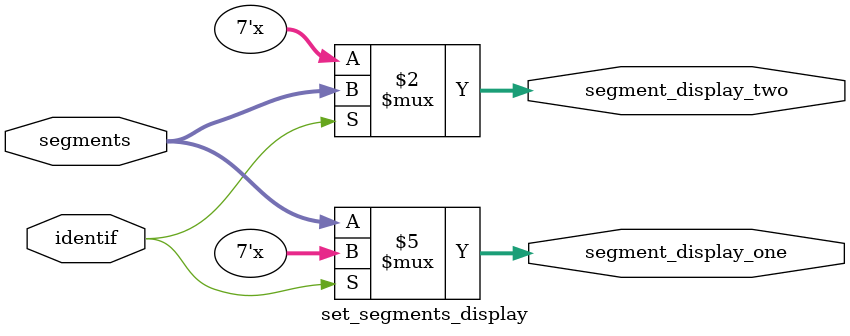
<source format=sv>

module counter_display(input logic clk, reset, increment,decrease, output logic [6:0] display_one_out, output logic [6:0] display_two_out);

	// Declaración de variables
	logic [5:0] counter; // counter of 6-bits
	
	logic [3:0] digit_one, digit_two; // individual binary digits of counter of 6-bits
	
	logic [6:0] display_one, display_two; // segments of display for the respective digit
	
	logic [6:0] segment_out; // segments temporary for set them in the before output variables
	
	logic [3:0] num_to_display; // digit temporary for identify the respective segments
	
	logic ID_digit; // Identifier for first and second digit
	
	logic release_display_out; // Indicator for release the output segments (number in the display)
	
	
		// Inicialización de variables
	initial begin
		{digit_one, ID_digit} <= {'0,1'b0};
		{digit_two, ID_digit} <= {'0,1'b1};
		counter <= '0;
		display_one <= 7'b0000001;
		display_two <= 7'b0000001;
		segment_out <= '0;
		num_to_display <= '0;
		ID_digit <= '0;
		release_display_out <= '0;
		
		end
			
	
	// Inicio del reloj
	
	always @(posedge clk)
				
		begin 
		
		counter <= counter + 1;
		
		if (reset)
			begin
			{digit_one, ID_digit} <= {'0,1'b0};
			{digit_two, ID_digit} <= {'0,1'b1};
			counter <= '0;
			ID_digit <= '0;
			release_display_out <= '0;
		
			end
			
		else if (counter == 6'd63)
			begin
			
			{digit_one, ID_digit} <= {'0,1'b0};
			{digit_two, ID_digit} <= {'0,1'b1};
			counter <= '0;
			ID_digit <= '0;
			release_display_out <= '0;

			end
			
		else
			begin	
			
			if(digit_one == 4'b1001) begin
					
				{digit_one, ID_digit} <= {'0,1'b0};
				{digit_two,ID_digit} <= {digit_two + 1'b1, 1'b1};
				//release_display_out <= release_display_out;
				end
				
			else begin
				{digit_one,ID_digit} <= {digit_one + 1'b1, 1'b0};
				//release_display_out <=~release_display_out;
				end
			end
		end
		
		
		// Obtiene el digito recien altualizado para obtener luego los segmentos respectivos
		select_digit choose_digit(
		.clk(clk),
		.D_one(digit_one), 
		.D_two(digit_two), 
		.identif(ID_digit), 
		.digit_out(num_to_display));
		
		// Get the segments of a number for the display	
		display_segments setter_segments(
		/*.clk(clk), */
		.num(num_to_display), 
		.digit_segments(segment_out));
		
		//Set output segments in the respective display
		set_segments_display setter_segments_display(
		.identif(ID_digit),
		.segments(segment_out), 
		.segment_display_one(display_one),
		.segment_display_two(display_two)); 
		
		// Release the display segments in the respective display for them in FPGA(syncronize the outputs)
	/*	display_out disp(
		.release_segments(release_display_out),
		.segment_display_one(display_one),
		.segment_display_two(display_two),
		.first(display_one),
		.second(display_two)); */
		
		assign display_one_out = display_one;
		assign display_two_out = display_two;	
	
endmodule



module select_digit(input logic clk,
	input logic [3:0] D_one, 
	input logic [3:0] D_two, 
	input logic identif, 
	output logic [3:0] digit_out);
	
		always @(*)//(D_one or D_two)
			
			begin
			
			case (identif)
				
				1'b0 : digit_out <= D_one;
				1'b1 : digit_out <= D_two;
			endcase
				
			end

endmodule
	
	
module display_segments(/*input logic clk,*/ input logic [3:0] num, output logic [6:0] digit_segments);

	always @(*)
	
		begin 
		
		case (num)
			
			4'b0001 : digit_segments <= 7'b1001111; // 1 
			4'b0010 : digit_segments <= 7'b0010010; // 2 
			4'b0011 : digit_segments <= 7'b0000110; // 3 
			4'b0100 : digit_segments <= 7'b1001100; // 4 
			4'b0101 : digit_segments <= 7'b0100100; // 5 
			4'b0110 : digit_segments <= 7'b0100000; // 6 
			4'b0111 : digit_segments <= 7'b0001110; // 7 
			4'b1000 : digit_segments <= 7'b0000000; // 8 
			4'b1001 : digit_segments <= 7'b0000100; // 9 
			4'b0000 : digit_segments <= 7'b0000001; // 0 
			
			default : digit_segments <= 7'b1001111;
		endcase
	end
	
endmodule


module set_segments_display(
	input logic identif,
	input logic [6:0] segments, 
	output logic [6:0] segment_display_one,
	output logic [6:0] segment_display_two);
	
	always @(segments)
		begin
		case (identif)
			
			1'b0: segment_display_one <= segments;
			1'b1: segment_display_two <= segments;
		endcase
		end
		
endmodule
	
/*	
module display_out(
	input logic release_segments,
	input logic [6:0] segment_display_one,
	input logic [6:0] segment_display_two,
	output logic [6:0] first, 
	output logic [6:0] second);
		
	always @(release_segments) 
		begin
		first <= segment_display_one;
		second <= segment_display_two;
		
		end
		
endmodule */







			
		
		
		
 
</source>
